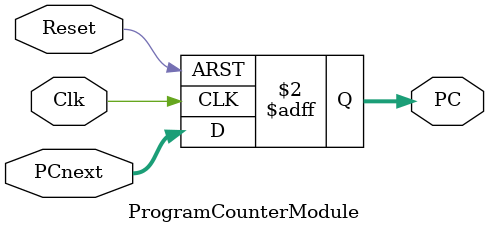
<source format=sv>

module ProgramCounterModule(

    input           Clk,
    input           Reset,

    input      [31 : 0] PCnext,
    output reg [31 : 0] PC
);

    always @(posedge Clk, posedge Reset) begin
        
        if (Reset)
            PC <=  0;
        else
            PC <= PCnext;
    end

endmodule

</source>
